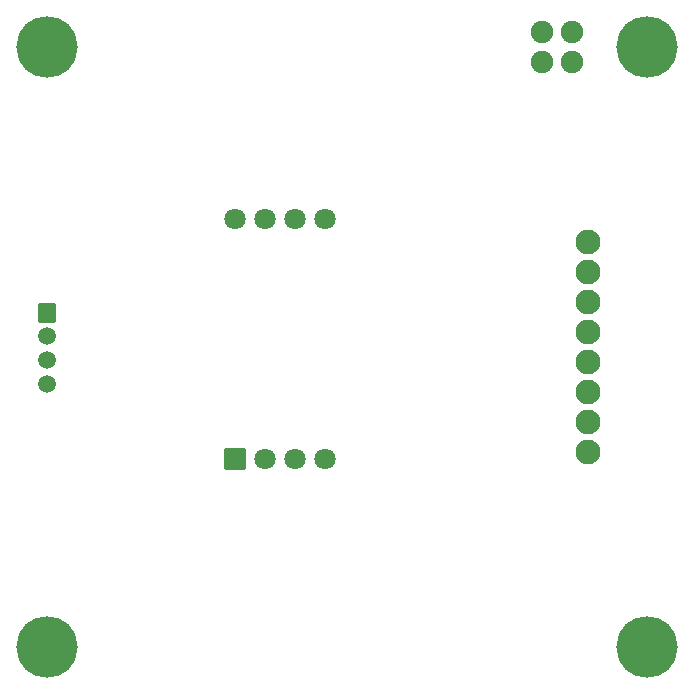
<source format=gbs>
G04 Layer: BottomSolderMaskLayer*
G04 EasyEDA v6.5.34, 2023-08-21 18:11:39*
G04 2627495fbc544a30b07f086ad93dee0d,5a6b42c53f6a479593ecc07194224c93,10*
G04 Gerber Generator version 0.2*
G04 Scale: 100 percent, Rotated: No, Reflected: No *
G04 Dimensions in millimeters *
G04 leading zeros omitted , absolute positions ,4 integer and 5 decimal *
%FSLAX45Y45*%
%MOMM*%

%AMMACRO1*1,1,$1,$2,$3*1,1,$1,$4,$5*1,1,$1,0-$2,0-$3*1,1,$1,0-$4,0-$5*20,1,$1,$2,$3,$4,$5,0*20,1,$1,$4,$5,0-$2,0-$3,0*20,1,$1,0-$2,0-$3,0-$4,0-$5,0*20,1,$1,0-$4,0-$5,$2,$3,0*4,1,4,$2,$3,$4,$5,0-$2,0-$3,0-$4,0-$5,$2,$3,0*%
%ADD10C,1.8016*%
%ADD11MACRO1,0.1016X-0.85X-0.85X0.85X-0.85*%
%ADD12C,1.5016*%
%ADD13MACRO1,0.1016X0.7X0.762X0.7X-0.762*%
%ADD14C,5.2032*%
%ADD15C,2.1016*%
%ADD16C,1.9016*%

%LPD*%
D10*
G01*
X368292Y1029505D03*
G01*
X-393707Y1029505D03*
G01*
X-139707Y1029505D03*
G01*
X114292Y1029505D03*
D11*
G01*
X-393712Y-1002502D03*
D10*
G01*
X-139707Y-1002494D03*
G01*
X114292Y-1002494D03*
G01*
X368292Y-1002494D03*
D12*
G01*
X-1981207Y-362694D03*
G01*
X-1981207Y-162694D03*
G01*
X-1981207Y37304D03*
D13*
G01*
X-1981207Y237299D03*
D14*
G01*
X-1981207Y2490005D03*
D15*
G01*
X2594373Y-179788D03*
D16*
G01*
X2209792Y2617005D03*
G01*
X2209792Y2363005D03*
G01*
X2463792Y2363005D03*
G01*
X2463792Y2617005D03*
D15*
G01*
X2594373Y-941788D03*
G01*
X2594373Y-687788D03*
G01*
X2594373Y-433788D03*
G01*
X2594373Y74211D03*
G01*
X2594373Y328211D03*
G01*
X2594373Y582211D03*
G01*
X2594373Y836211D03*
D14*
G01*
X-1981207Y-2589994D03*
G01*
X3098792Y-2589994D03*
G01*
X3098792Y2490005D03*
M02*

</source>
